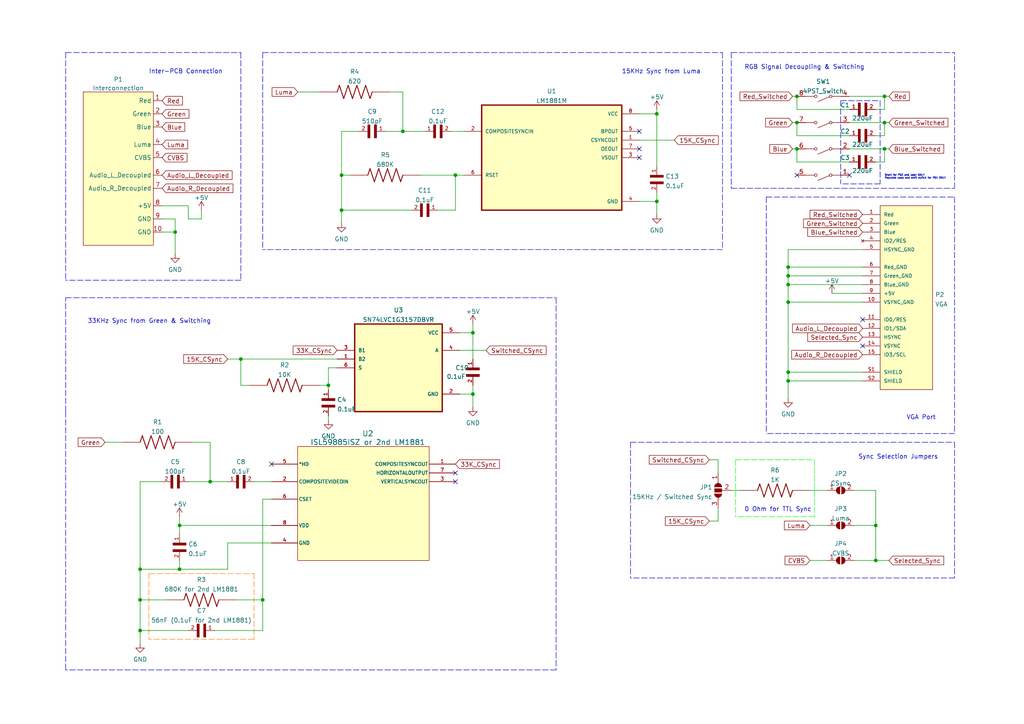
<source format=kicad_sch>
(kicad_sch (version 20211123) (generator eeschema)
  (paper "A4")
  (title_block (title "PS2VGA Main PCB") (company "Jeff Chen"))
  (lib_symbols
    (symbol "Jumper:SolderJumper_2_Open" (pin_names (offset 0) hide)
      (property "Reference" "JP" (at 0 2.032 0))
      (property "Value" "SolderJumper_2_Open" (at 0 -2.54 0))
      (symbol "SolderJumper_2_Open_0_1"
        (arc (start -0.254 1.016) (mid -1.27 0) (end -0.254 -1.016))
        (arc (start -0.254 1.016) (mid -1.27 0) (end -0.254 -1.016) (fill (type outline)))
        (polyline (pts (xy -0.254 1.016) (xy -0.254 -1.016)))
        (polyline (pts (xy 0.254 1.016) (xy 0.254 -1.016)))
        (arc (start 0.254 -1.016) (mid 1.27 0) (end 0.254 1.016))
        (arc (start 0.254 -1.016) (mid 1.27 0) (end 0.254 1.016) (fill (type outline)))
      )
      (symbol "SolderJumper_2_Open_1_1"
        (pin passive line (at -3.81 0 0) (length 2.54) (name "A") (number "1"))
        (pin passive line (at 3.81 0 180) (length 2.54) (name "B") (number "2"))
      )
    )
    (symbol "Jumper:SolderJumper_3_Open" (pin_names (offset 0) hide)
      (property "Reference" "JP" (at -2.54 -2.54 0))
      (property "Value" "SolderJumper_3_Open" (at 0 2.794 0))
      (symbol "SolderJumper_3_Open_0_1"
        (arc (start -1.016 1.016) (mid -2.032 0) (end -1.016 -1.016))
        (arc (start -1.016 1.016) (mid -2.032 0) (end -1.016 -1.016) (fill (type outline)))
        (rectangle (start -0.508 1.016) (end 0.508 -1.016) (fill (type outline)))
        (polyline (pts (xy -2.54 0) (xy -2.032 0)))
        (polyline (pts (xy -1.016 1.016) (xy -1.016 -1.016)))
        (polyline (pts (xy 0 -1.27) (xy 0 -1.016)))
        (polyline (pts (xy 1.016 1.016) (xy 1.016 -1.016)))
        (polyline (pts (xy 2.54 0) (xy 2.032 0)))
        (arc (start 1.016 -1.016) (mid 2.032 0) (end 1.016 1.016))
        (arc (start 1.016 -1.016) (mid 2.032 0) (end 1.016 1.016) (fill (type outline)))
      )
      (symbol "SolderJumper_3_Open_1_1"
        (pin passive line (at -5.08 0 0) (length 2.54) (name "A") (number "1"))
        (pin input line (at 0 -3.81 90) (length 2.54) (name "C") (number "2"))
        (pin passive line (at 5.08 0 180) (length 2.54) (name "B") (number "3"))
      )
    )
    (symbol "PS2VGA:4PST_Switch"
      (property "Reference" "SW" (at 0 1.27 0))
      (property "Value" "4PST_Switch" (at 0 3.81 0))
      (symbol "4PST_Switch_0_1"
        (circle (center -2.159 -29.21) (radius 0.381) (stroke (width 0.1524)))
        (circle (center -2.159 -21.59) (radius 0.381) (stroke (width 0.1524)))
        (circle (center -2.159 -13.97) (radius 0.381) (stroke (width 0.1524)))
        (circle (center -2.159 -6.35) (radius 0.381) (stroke (width 0.1524)))
        (polyline (pts (xy -5.08 -29.21) (xy -2.54 -29.21)) (stroke (width 0.1524)))
        (polyline (pts (xy -5.08 -21.59) (xy -2.54 -21.59)) (stroke (width 0.1524)))
        (polyline (pts (xy -5.08 -13.97) (xy -2.54 -13.97)) (stroke (width 0.1524)))
        (polyline (pts (xy -5.08 -6.35) (xy -2.54 -6.35)) (stroke (width 0.1524)))
        (polyline (pts (xy -1.778 -29.083) (xy 1.524 -27.686)) (stroke (width 0.1524)))
        (polyline (pts (xy -1.778 -21.463) (xy 1.524 -20.066)) (stroke (width 0.1524)))
        (polyline (pts (xy -1.778 -13.843) (xy 1.524 -12.446)) (stroke (width 0.1524)))
        (polyline (pts (xy -1.778 -6.223) (xy 1.524 -4.826)) (stroke (width 0.1524)))
        (polyline (pts (xy 5.08 -29.21) (xy 2.54 -29.21)) (stroke (width 0.1524)))
        (polyline (pts (xy 5.08 -21.59) (xy 2.54 -21.59)) (stroke (width 0.1524)))
        (polyline (pts (xy 5.08 -13.97) (xy 2.54 -13.97)) (stroke (width 0.1524)))
        (polyline (pts (xy 5.08 -6.35) (xy 2.54 -6.35)) (stroke (width 0.1524)))
        (circle (center 2.159 -29.21) (radius 0.381) (stroke (width 0.1524)))
        (circle (center 2.159 -21.59) (radius 0.381) (stroke (width 0.1524)))
        (circle (center 2.159 -13.97) (radius 0.381) (stroke (width 0.1524)))
        (circle (center 2.159 -6.35) (radius 0.381) (stroke (width 0.1524)))
      )
      (symbol "4PST_Switch_1_1"
        (pin passive line (at -7.62 -6.35 0) (length 2.54) (name "") (number "1"))
        (pin passive line (at -7.62 -13.97 0) (length 2.54) (name "") (number "2"))
        (pin passive line (at -7.62 -21.59 0) (length 2.54) (name "") (number "3"))
        (pin passive line (at -7.62 -29.21 0) (length 2.54) (name "") (number "4"))
        (pin passive line (at 7.62 -6.35 180) (length 2.54) (name "") (number "5"))
        (pin passive line (at 7.62 -13.97 180) (length 2.54) (name "") (number "6"))
        (pin passive line (at 7.62 -21.59 180) (length 2.54) (name "") (number "7"))
        (pin passive line (at 7.62 -29.21 180) (length 2.54) (name "") (number "8"))
      )
    )
    (symbol "PS2VGA:ISL59885ISZ-ND" (pin_names (offset 0.254))
      (property "Reference" "U" (at 26.67 10.16 0))
      (property "Value" "ISL59885ISZ-ND" (at 26.67 7.62 0))
      (symbol "ISL59885ISZ-ND_1_1"
        (rectangle (start 7.62 5.08) (end 45.72 -27.94) (stroke (width 0.1524)) (fill (type background)))
        (pin output line (at 53.34 0 180) (length 7.62) (name "COMPOSITESYNCOUT") (number "1"))
        (pin input line (at 0 -5.08 0) (length 7.62) (name "COMPOSITEVIDEOIN") (number "2"))
        (pin output line (at 53.34 -5.08 180) (length 7.62) (name "VERTICALSYNCOUT") (number "3"))
        (pin power_in line (at 0 -22.86 0) (length 7.62) (name "GND") (number "4"))
        (pin input line (at 0 0 0) (length 7.62) (name "*HD") (number "5"))
        (pin unspecified line (at 0 -10.16 0) (length 7.62) (name "CSET") (number "6"))
        (pin output line (at 53.34 -2.54 180) (length 7.62) (name "HORIZONTALOUTPUT") (number "7"))
        (pin power_in line (at 0 -17.78 0) (length 7.62) (name "VDD") (number "8"))
      )
    )
    (symbol "PS2VGA:Interconnection"
      (property "Reference" "P" (at 0 1.27 0))
      (property "Value" "Interconnection" (at 0 5.08 0))
      (symbol "Interconnection_0_1"
        (rectangle (start -10.16 -1.27) (end 10.16 -45.72) (stroke (width 0.1524)) (fill (type background)))
      )
      (symbol "Interconnection_1_1"
        (pin passive line (at 12.7 -3.81 180) (length 2.54) (name "Red") (number "1"))
        (pin power_out line (at 12.7 -41.91 180) (length 2.54) (name "GND") (number "10"))
        (pin passive line (at 12.7 -7.62 180) (length 2.54) (name "Green") (number "2"))
        (pin passive line (at 12.7 -11.43 180) (length 2.54) (name "Blue") (number "3"))
        (pin passive line (at 12.7 -16.51 180) (length 2.54) (name "Luma") (number "4"))
        (pin passive line (at 12.7 -20.32 180) (length 2.54) (name "CVBS") (number "5"))
        (pin passive line (at 12.7 -25.4 180) (length 2.54) (name "Audio_L_Decoupled") (number "6"))
        (pin passive line (at 12.7 -29.21 180) (length 2.54) (name "Audio_R_Decoupled") (number "7"))
        (pin power_out line (at 12.7 -34.29 180) (length 2.54) (name "+5V") (number "8"))
        (pin power_out line (at 12.7 -38.1 180) (length 2.54) (name "GND") (number "9"))
      )
    )
    (symbol "PS2VGA:LM1881M" (pin_names (offset 1.016))
      (property "Reference" "U" (at -20.32 16.2306 0))
      (property "Value" "LM1881M" (at -20.32 -19.2278 0))
      (symbol "LM1881M_0_0"
        (rectangle (start -20.32 -15.24) (end 20.32 15.24) (stroke (width 0.4064)) (fill (type background)))
        (pin output line (at 25.4 5.08 180) (length 5.08) (name "CSYNCOUT") (number "1"))
        (pin input line (at -25.4 7.62 0) (length 5.08) (name "COMPOSITESYNCIN") (number "2"))
        (pin output line (at 25.4 0 180) (length 5.08) (name "VSOUT") (number "3"))
        (pin power_in line (at 25.4 -12.7 180) (length 5.08) (name "GND") (number "4"))
        (pin output line (at 25.4 7.62 180) (length 5.08) (name "BPOUT") (number "5"))
        (pin bidirectional line (at -25.4 -5.08 0) (length 5.08) (name "RSET") (number "6"))
        (pin output line (at 25.4 2.54 180) (length 5.08) (name "OEOUT") (number "7"))
        (pin power_in line (at 25.4 12.7 180) (length 5.08) (name "VCC") (number "8"))
      )
    )
    (symbol "PS2VGA:SN74LVC1G3157DBVR" (pin_names (offset 1.016))
      (property "Reference" "U" (at -12.7 13.6906 0))
      (property "Value" "SN74LVC1G3157DBVR" (at -12.7 -16.6878 0))
      (symbol "SN74LVC1G3157DBVR_0_0"
        (rectangle (start -12.7 -12.7) (end 12.7 12.7) (stroke (width 0.4064)) (fill (type background)))
        (pin input line (at -17.78 2.54 0) (length 5.08) (name "B2") (number "1"))
        (pin power_in line (at 17.78 -7.62 180) (length 5.08) (name "GND") (number "2"))
        (pin input line (at -17.78 5.08 0) (length 5.08) (name "B1") (number "3"))
        (pin output line (at 17.78 5.08 180) (length 5.08) (name "A") (number "4"))
        (pin power_in line (at 17.78 10.16 180) (length 5.08) (name "VCC") (number "5"))
        (pin input line (at -17.78 0 0) (length 5.08) (name "S") (number "6"))
      )
    )
    (symbol "PS2VGA:VGA" (pin_names (offset 1.016))
      (property "Reference" "P" (at -7.62 26.67 0))
      (property "Value" "VGA" (at -8.89 -31.75 0))
      (symbol "VGA_0_0"
        (rectangle (start -7.62 -27.94) (end 7.62 25.4) (stroke (width 0.1524)) (fill (type background)))
        (pin passive line (at -12.7 22.86 0) (length 5.08) (name "Red") (number "1"))
        (pin passive line (at -12.7 -2.54 0) (length 5.08) (name "VSYNC_GND") (number "10"))
        (pin passive line (at -12.7 -7.62 0) (length 5.08) (name "ID0/RES") (number "11"))
        (pin passive line (at -12.7 -10.16 0) (length 5.08) (name "ID1/SDA") (number "12"))
        (pin passive line (at -12.7 -12.7 0) (length 5.08) (name "HSYNC") (number "13"))
        (pin passive line (at -12.7 -15.24 0) (length 5.08) (name "VSYNC") (number "14"))
        (pin passive line (at -12.7 -17.78 0) (length 5.08) (name "ID3/SCL") (number "15"))
        (pin passive line (at -12.7 20.32 0) (length 5.08) (name "Green") (number "2"))
        (pin passive line (at -12.7 17.78 0) (length 5.08) (name "Blue") (number "3"))
        (pin no_connect line (at -12.7 15.24 0) (length 5.08) (name "ID2/RES") (number "4"))
        (pin passive line (at -12.7 12.7 0) (length 5.08) (name "HSYNC_GND") (number "5"))
        (pin passive line (at -12.7 7.62 0) (length 5.08) (name "Red_GND") (number "6"))
        (pin passive line (at -12.7 5.08 0) (length 5.08) (name "Green_GND") (number "7"))
        (pin passive line (at -12.7 2.54 0) (length 5.08) (name "Blue_GND") (number "8"))
        (pin passive line (at -12.7 0 0) (length 5.08) (name "+5V") (number "9"))
        (pin passive line (at -12.7 -22.86 0) (length 5.08) (name "SHIELD") (number "S1"))
        (pin passive line (at -12.7 -25.4 0) (length 5.08) (name "SHIELD") (number "S2"))
      )
    )
    (symbol "SMD_Cap:Cap_0603" (pin_names (offset 1.016) hide)
      (property "Reference" "C" (at 0 3.81 0))
      (property "Value" "Cap_0603" (at 0 -5.08 0))
      (symbol "Cap_0603_0_0"
        (rectangle (start 0 -1.905) (end 0.635 1.905) (fill (type outline)))
        (rectangle (start 1.905 -1.905) (end 2.54 1.905) (fill (type outline)))
        (pin passive line (at -2.54 0 0) (length 2.54) (name "~") (number "1"))
        (pin passive line (at 5.08 0 180) (length 2.54) (name "~") (number "2"))
      )
    )
    (symbol "power:+5V" (power) (pin_names (offset 0))
      (property "Value" "+5V" (at 0 3.556 0))
      (symbol "+5V_0_1"
        (polyline (pts (xy -0.762 1.27) (xy 0 2.54)))
        (polyline (pts (xy 0 0) (xy 0 2.54)))
        (polyline (pts (xy 0 2.54) (xy 0.762 1.27)))
      )
      (symbol "+5V_1_1"
        (pin power_in line (at 0 0 90) (length 0) hide (name "+5V") (number "1"))
      )
    )
    (symbol "power:GND" (power) (pin_names (offset 0))
      (property "Value" "GND" (at 0 -3.81 0))
      (symbol "GND_0_1"
        (polyline (pts (xy 0 0) (xy 0 -1.27) (xy 1.27 -1.27) (xy 0 -2.54) (xy -1.27 -1.27) (xy 0 -1.27)))
      )
      (symbol "GND_1_1"
        (pin power_in line (at 0 0 270) (length 0) hide (name "GND") (number "1"))
      )
    )
    (symbol "resistor:Resistor_0603" (pin_numbers hide) (pin_names (offset 1.016) hide)
      (property "Reference" "R" (at -7.62 2.54 0))
      (property "Value" "Resistor_0603" (at -7.62 -5.08 0))
      (symbol "Resistor_0603_0_0"
        (polyline (pts (xy -5.08 0) (xy -4.445 1.905)) (stroke (width 0.254)))
        (polyline (pts (xy -4.445 1.905) (xy -3.175 -1.905)) (stroke (width 0.254)))
        (polyline (pts (xy -3.175 -1.905) (xy -1.905 1.905)) (stroke (width 0.254)))
        (polyline (pts (xy -1.905 1.905) (xy -0.635 -1.905)) (stroke (width 0.254)))
        (polyline (pts (xy -0.635 -1.905) (xy 0.635 1.905)) (stroke (width 0.254)))
        (polyline (pts (xy 0.635 1.905) (xy 1.905 -1.905)) (stroke (width 0.254)))
        (polyline (pts (xy 1.905 -1.905) (xy 3.175 1.905)) (stroke (width 0.254)))
        (polyline (pts (xy 3.175 1.905) (xy 4.445 -1.905)) (stroke (width 0.254)))
        (polyline (pts (xy 4.445 -1.905) (xy 5.08 0)) (stroke (width 0.254)))
        (pin passive line (at -10.16 0 0) (length 5.08) (name "~") (number "1"))
        (pin passive line (at 10.16 0 180) (length 5.08) (name "~") (number "2"))
      )
    )
  )
  (junction (at 228.6 80.01))
  (junction (at 254 162.56))
  (junction (at 50.8 67.31))
  (junction (at 190.5 33.02))
  (junction (at 52.07 152.4))
  (junction (at 132.08 50.8))
  (junction (at 231.14 27.94))
  (junction (at 52.07 165.1))
  (junction (at 256.54 27.94))
  (junction (at 99.06 60.96))
  (junction (at 137.16 114.3))
  (junction (at 256.54 43.18))
  (junction (at 231.14 35.56))
  (junction (at 76.2 173.99))
  (junction (at 228.6 107.95))
  (junction (at 256.54 35.56))
  (junction (at 228.6 82.55))
  (junction (at 40.64 182.88))
  (junction (at 116.84 38.1))
  (junction (at 254 152.4))
  (junction (at 99.06 50.8))
  (junction (at 60.96 139.7))
  (junction (at 190.5 58.42))
  (junction (at 69.85 104.14))
  (junction (at 228.6 87.63))
  (junction (at 40.64 173.99))
  (junction (at 228.6 77.47))
  (junction (at 231.14 43.18))
  (junction (at 137.16 96.52))
  (junction (at 228.6 110.49))
  (junction (at 95.25 111.76))
  (junction (at 40.64 165.1))
  (no_connect (at 185.42 43.18))
  (no_connect (at 185.42 45.72))
  (no_connect (at 185.42 38.1))
  (no_connect (at 250.19 92.71))
  (no_connect (at 250.19 100.33))
  (no_connect (at 132.08 139.7))
  (no_connect (at 132.08 137.16))
  (no_connect (at 78.74 134.62))
  (no_connect (at 246.38 50.8))
  (no_connect (at 231.14 50.8))
  (wire (pts (xy 250.19 72.39) (xy 228.6 72.39)))
  (polyline (pts (xy 43.18 166.37) (xy 43.18 185.42)) (stroke (width 0) (color 255 129 18 1)))
  (polyline (pts (xy 222.25 57.15) (xy 276.86 57.15)))
  (wire (pts (xy 52.07 152.4) (xy 78.74 152.4)))
  (polyline (pts (xy 213.36 133.35) (xy 236.22 133.35)) (stroke (width 0) (color 0 255 0 1)))
  (polyline (pts (xy 19.05 119.38) (xy 19.05 86.36)))
  (wire (pts (xy 40.64 173.99) (xy 48.26 173.99)))
  (polyline (pts (xy 236.22 149.86) (xy 213.36 149.86)) (stroke (width 0) (color 0 255 0 1)))
  (wire (pts (xy 121.92 50.8) (xy 132.08 50.8)))
  (wire (pts (xy 40.64 182.88) (xy 54.61 182.88)))
  (wire (pts (xy 228.6 82.55) (xy 228.6 87.63)))
  (wire (pts (xy 66.04 157.48) (xy 66.04 165.1)))
  (wire (pts (xy 130.81 38.1) (xy 134.62 38.1)))
  (wire (pts (xy 228.6 77.47) (xy 228.6 80.01)))
  (wire (pts (xy 228.6 87.63) (xy 228.6 107.95)))
  (wire (pts (xy 60.96 128.27) (xy 60.96 139.7)))
  (polyline (pts (xy 161.29 86.36) (xy 161.29 194.31)))
  (wire (pts (xy 185.42 40.64) (xy 195.58 40.64)))
  (wire (pts (xy 228.6 80.01) (xy 250.19 80.01)))
  (wire (pts (xy 52.07 162.56) (xy 52.07 165.1)))
  (wire (pts (xy 228.6 110.49) (xy 228.6 115.57)))
  (wire (pts (xy 256.54 43.18) (xy 257.81 43.18)))
  (wire (pts (xy 46.99 63.5) (xy 50.8 63.5)))
  (polyline (pts (xy 213.36 133.35) (xy 213.36 149.86)) (stroke (width 0) (color 0 255 0 1)))
  (wire (pts (xy 66.04 104.14) (xy 69.85 104.14)))
  (wire (pts (xy 137.16 111.76) (xy 137.16 114.3)))
  (wire (pts (xy 256.54 39.37) (xy 256.54 35.56)))
  (polyline (pts (xy 236.22 133.35) (xy 236.22 149.86)) (stroke (width 0) (color 0 255 0 1)))
  (wire (pts (xy 254 162.56) (xy 247.65 162.56)))
  (wire (pts (xy 231.14 27.94) (xy 231.14 31.75)))
  (polyline (pts (xy 76.2 15.24) (xy 209.55 15.24)))
  (polyline (pts (xy 73.66 166.37) (xy 73.66 185.42)) (stroke (width 0) (color 255 129 18 1)))
  (wire (pts (xy 52.07 149.86) (xy 52.07 152.4)))
  (wire (pts (xy 234.95 152.4) (xy 240.03 152.4)))
  (polyline (pts (xy 222.25 57.15) (xy 222.25 125.73)))
  (wire (pts (xy 76.2 182.88) (xy 62.23 182.88)))
  (wire (pts (xy 95.25 106.68) (xy 97.79 106.68)))
  (wire (pts (xy 68.58 173.99) (xy 76.2 173.99)))
  (wire (pts (xy 99.06 50.8) (xy 101.6 50.8)))
  (polyline (pts (xy 69.85 15.24) (xy 69.85 81.28)))
  (wire (pts (xy 99.06 38.1) (xy 104.14 38.1)))
  (polyline (pts (xy 212.09 54.61) (xy 276.86 54.61)))
  (polyline (pts (xy 76.2 15.24) (xy 76.2 72.39)))
  (wire (pts (xy 205.74 133.35) (xy 208.28 133.35)))
  (wire (pts (xy 190.5 31.75) (xy 190.5 33.02)))
  (polyline (pts (xy 19.05 15.24) (xy 69.85 15.24)))
  (polyline (pts (xy 212.09 15.24) (xy 212.09 54.61)))
  (polyline (pts (xy 19.05 86.36) (xy 161.29 86.36)))
  (wire (pts (xy 185.42 33.02) (xy 190.5 33.02)))
  (wire (pts (xy 254 152.4) (xy 254 162.56)))
  (polyline (pts (xy 243.84 29.21) (xy 243.84 53.34)))
  (wire (pts (xy 137.16 114.3) (xy 137.16 118.11)))
  (wire (pts (xy 78.74 157.48) (xy 66.04 157.48)))
  (wire (pts (xy 54.61 63.5) (xy 58.42 63.5)))
  (polyline (pts (xy 69.85 81.28) (xy 19.05 81.28)))
  (wire (pts (xy 208.28 151.13) (xy 208.28 147.32)))
  (wire (pts (xy 132.08 50.8) (xy 134.62 50.8)))
  (polyline (pts (xy 276.86 54.61) (xy 276.86 15.24)))
  (wire (pts (xy 228.6 107.95) (xy 228.6 110.49)))
  (wire (pts (xy 78.74 144.78) (xy 76.2 144.78)))
  (wire (pts (xy 86.36 26.67) (xy 92.71 26.67)))
  (polyline (pts (xy 19.05 119.38) (xy 19.05 194.31)))
  (polyline (pts (xy 182.88 128.27) (xy 276.86 128.27)))
  (wire (pts (xy 229.87 27.94) (xy 231.14 27.94)))
  (wire (pts (xy 190.5 33.02) (xy 190.5 48.26)))
  (wire (pts (xy 46.99 139.7) (xy 40.64 139.7)))
  (wire (pts (xy 69.85 111.76) (xy 72.39 111.76)))
  (polyline (pts (xy 276.86 167.64) (xy 182.88 167.64)))
  (wire (pts (xy 241.3 85.09) (xy 250.19 85.09)))
  (wire (pts (xy 246.38 35.56) (xy 256.54 35.56)))
  (wire (pts (xy 190.5 55.88) (xy 190.5 58.42)))
  (wire (pts (xy 40.64 139.7) (xy 40.64 165.1)))
  (wire (pts (xy 228.6 82.55) (xy 250.19 82.55)))
  (wire (pts (xy 46.99 67.31) (xy 50.8 67.31)))
  (wire (pts (xy 228.6 107.95) (xy 250.19 107.95)))
  (wire (pts (xy 254 46.99) (xy 256.54 46.99)))
  (wire (pts (xy 229.87 43.18) (xy 231.14 43.18)))
  (wire (pts (xy 132.08 50.8) (xy 132.08 60.96)))
  (wire (pts (xy 254 162.56) (xy 257.81 162.56)))
  (wire (pts (xy 66.04 165.1) (xy 52.07 165.1)))
  (wire (pts (xy 69.85 104.14) (xy 69.85 111.76)))
  (wire (pts (xy 212.09 142.24) (xy 214.63 142.24)))
  (polyline (pts (xy 255.27 29.21) (xy 255.27 53.34)))
  (polyline (pts (xy 19.05 15.24) (xy 19.05 81.28)))
  (wire (pts (xy 205.74 151.13) (xy 208.28 151.13)))
  (wire (pts (xy 137.16 96.52) (xy 137.16 93.98)))
  (wire (pts (xy 133.35 96.52) (xy 137.16 96.52)))
  (wire (pts (xy 140.97 101.6) (xy 133.35 101.6)))
  (polyline (pts (xy 209.55 72.39) (xy 76.2 72.39)))
  (wire (pts (xy 40.64 165.1) (xy 40.64 173.99)))
  (polyline (pts (xy 161.29 194.31) (xy 19.05 194.31)))
  (wire (pts (xy 208.28 133.35) (xy 208.28 137.16)))
  (wire (pts (xy 231.14 35.56) (xy 231.14 39.37)))
  (wire (pts (xy 95.25 120.65) (xy 95.25 121.92)))
  (wire (pts (xy 99.06 38.1) (xy 99.06 50.8)))
  (wire (pts (xy 95.25 111.76) (xy 95.25 106.68)))
  (wire (pts (xy 116.84 38.1) (xy 123.19 38.1)))
  (wire (pts (xy 247.65 142.24) (xy 254 142.24)))
  (polyline (pts (xy 276.86 125.73) (xy 222.25 125.73)))
  (polyline (pts (xy 212.09 15.24) (xy 276.86 15.24)))
  (wire (pts (xy 73.66 139.7) (xy 78.74 139.7)))
  (polyline (pts (xy 73.66 185.42) (xy 43.18 185.42)) (stroke (width 0) (color 255 129 18 1)))
  (wire (pts (xy 99.06 60.96) (xy 99.06 64.77)))
  (wire (pts (xy 76.2 173.99) (xy 76.2 182.88)))
  (wire (pts (xy 52.07 165.1) (xy 40.64 165.1)))
  (wire (pts (xy 229.87 35.56) (xy 231.14 35.56)))
  (wire (pts (xy 256.54 35.56) (xy 257.81 35.56)))
  (wire (pts (xy 250.19 77.47) (xy 228.6 77.47)))
  (wire (pts (xy 46.99 59.69) (xy 54.61 59.69)))
  (wire (pts (xy 54.61 59.69) (xy 54.61 63.5)))
  (wire (pts (xy 132.08 60.96) (xy 127 60.96)))
  (wire (pts (xy 254 39.37) (xy 256.54 39.37)))
  (polyline (pts (xy 276.86 128.27) (xy 276.86 167.64)))
  (wire (pts (xy 190.5 58.42) (xy 190.5 62.23)))
  (wire (pts (xy 50.8 67.31) (xy 50.8 73.66)))
  (wire (pts (xy 116.84 38.1) (xy 111.76 38.1)))
  (wire (pts (xy 60.96 139.7) (xy 66.04 139.7)))
  (polyline (pts (xy 243.84 29.21) (xy 255.27 29.21)))
  (wire (pts (xy 92.71 111.76) (xy 95.25 111.76)))
  (wire (pts (xy 30.48 128.27) (xy 35.56 128.27)))
  (wire (pts (xy 256.54 31.75) (xy 256.54 27.94)))
  (wire (pts (xy 234.95 162.56) (xy 240.03 162.56)))
  (wire (pts (xy 69.85 104.14) (xy 97.79 104.14)))
  (polyline (pts (xy 43.18 166.37) (xy 73.66 166.37)) (stroke (width 0) (color 255 129 18 1)))
  (wire (pts (xy 234.95 142.24) (xy 240.03 142.24)))
  (wire (pts (xy 228.6 110.49) (xy 250.19 110.49)))
  (polyline (pts (xy 255.27 53.34) (xy 243.84 53.34)))
  (wire (pts (xy 231.14 43.18) (xy 231.14 46.99)))
  (wire (pts (xy 52.07 152.4) (xy 52.07 154.94)))
  (wire (pts (xy 99.06 50.8) (xy 99.06 60.96)))
  (wire (pts (xy 190.5 58.42) (xy 185.42 58.42)))
  (wire (pts (xy 119.38 60.96) (xy 99.06 60.96)))
  (wire (pts (xy 256.54 27.94) (xy 257.81 27.94)))
  (wire (pts (xy 254 142.24) (xy 254 152.4)))
  (wire (pts (xy 228.6 80.01) (xy 228.6 82.55)))
  (polyline (pts (xy 182.88 128.27) (xy 182.88 167.64)))
  (wire (pts (xy 246.38 43.18) (xy 256.54 43.18)))
  (wire (pts (xy 231.14 46.99) (xy 246.38 46.99)))
  (wire (pts (xy 254 152.4) (xy 247.65 152.4)))
  (wire (pts (xy 40.64 182.88) (xy 40.64 186.69)))
  (wire (pts (xy 254 31.75) (xy 256.54 31.75)))
  (wire (pts (xy 137.16 114.3) (xy 133.35 114.3)))
  (wire (pts (xy 55.88 128.27) (xy 60.96 128.27)))
  (wire (pts (xy 95.25 111.76) (xy 95.25 113.03)))
  (wire (pts (xy 76.2 144.78) (xy 76.2 173.99)))
  (wire (pts (xy 54.61 139.7) (xy 60.96 139.7)))
  (wire (pts (xy 246.38 27.94) (xy 256.54 27.94)))
  (wire (pts (xy 58.42 63.5) (xy 58.42 60.96)))
  (wire (pts (xy 137.16 96.52) (xy 137.16 104.14)))
  (wire (pts (xy 231.14 31.75) (xy 246.38 31.75)))
  (wire (pts (xy 40.64 173.99) (xy 40.64 182.88)))
  (wire (pts (xy 113.03 26.67) (xy 116.84 26.67)))
  (wire (pts (xy 228.6 87.63) (xy 250.19 87.63)))
  (wire (pts (xy 231.14 39.37) (xy 246.38 39.37)))
  (wire (pts (xy 50.8 63.5) (xy 50.8 67.31)))
  (wire (pts (xy 116.84 26.67) (xy 116.84 38.1)))
  (wire (pts (xy 228.6 72.39) (xy 228.6 77.47)))
  (polyline (pts (xy 209.55 15.24) (xy 209.55 72.39)))
  (polyline (pts (xy 276.86 57.15) (xy 276.86 125.73)))
  (wire (pts (xy 256.54 46.99) (xy 256.54 43.18)))
  (text "RGB Signal Decoupling & Switching" (at 215.9 20.32 0) (effects (font (size 1.27 1.27)) (justify left bottom)))
  (text "33KHz Sync from Green & Switching" (at 25.4 93.98 0) (effects (font (size 1.27 1.27)) (justify left bottom)))
  (text "0 Ohm for TTL Sync" (at 215.9 148.59 0) (effects (font (size 1.27 1.27)) (justify left bottom)))
  (text "Inter-PCB Connection" (at 43.18 21.59 0) (effects (font (size 1.27 1.27)) (justify left bottom)))
  (text "VGA Port" (at 262.89 121.92 0) (effects (font (size 1.27 1.27)) (justify left bottom)))
  (text "Short for PS2 and later ONLY\nPopulate caps and omit switch for PS1 ONLY" (at 256.54 52.07 0) (effects (font (size 0.508 0.508)) (justify left bottom)))
  (text "15KHz Sync from Luma" (at 180.34 21.59 0) (effects (font (size 1.27 1.27)) (justify left bottom)))
  (text "Sync Selection Jumpers" (at 248.92 133.35 0) (effects (font (size 1.27 1.27)) (justify left bottom)))
  (global_label "Blue_Switched" (shape input) (at 257.81 43.18 0) (property "Intersheet References" "${INTERSHEET_REFS}" (effects hide)))
  (global_label "Green_Switched" (shape input) (at 257.81 35.56 0) (property "Intersheet References" "${INTERSHEET_REFS}" (effects hide)))
  (global_label "Luma" (shape input) (at 234.95 152.4 180) (property "Intersheet References" "${INTERSHEET_REFS}" (effects hide)))
  (global_label "Switched_CSync" (shape input) (at 140.97 101.6 0) (property "Intersheet References" "${INTERSHEET_REFS}" (effects hide)))
  (global_label "15K_CSync" (shape input) (at 205.74 151.13 180) (property "Intersheet References" "${INTERSHEET_REFS}" (effects hide)))
  (global_label "Switched_CSync" (shape input) (at 205.74 133.35 180) (property "Intersheet References" "${INTERSHEET_REFS}" (effects hide)))
  (global_label "Luma" (shape input) (at 86.36 26.67 180) (property "Intersheet References" "${INTERSHEET_REFS}" (effects hide)))
  (global_label "Luma" (shape input) (at 46.99 41.91 0) (property "Intersheet References" "${INTERSHEET_REFS}" (effects hide)))
  (global_label "33K_CSync" (shape input) (at 97.79 101.6 180) (property "Intersheet References" "${INTERSHEET_REFS}" (effects hide)))
  (global_label "Audio_L_Decoupled" (shape input) (at 250.19 95.25 180) (property "Intersheet References" "${INTERSHEET_REFS}" (effects hide)))
  (global_label "Audio_L_Decoupled" (shape input) (at 46.99 50.8 0) (property "Intersheet References" "${INTERSHEET_REFS}" (effects hide)))
  (global_label "Green" (shape input) (at 46.99 33.02 0) (property "Intersheet References" "${INTERSHEET_REFS}" (effects hide)))
  (global_label "15K_CSync" (shape input) (at 195.58 40.64 0) (property "Intersheet References" "${INTERSHEET_REFS}" (effects hide)))
  (global_label "Blue" (shape input) (at 46.99 36.83 0) (property "Intersheet References" "${INTERSHEET_REFS}" (effects hide)))
  (global_label "CVBS" (shape input) (at 46.99 45.72 0) (property "Intersheet References" "${INTERSHEET_REFS}" (effects hide)))
  (global_label "CVBS" (shape input) (at 234.95 162.56 180) (property "Intersheet References" "${INTERSHEET_REFS}" (effects hide)))
  (global_label "Red" (shape input) (at 257.81 27.94 0) (property "Intersheet References" "${INTERSHEET_REFS}" (effects hide)))
  (global_label "33K_CSync" (shape input) (at 132.08 134.62 0) (property "Intersheet References" "${INTERSHEET_REFS}" (effects hide)))
  (global_label "Red_Switched" (shape input) (at 250.19 62.23 180) (property "Intersheet References" "${INTERSHEET_REFS}" (effects hide)))
  (global_label "Selected_Sync" (shape input) (at 257.81 162.56 0) (property "Intersheet References" "${INTERSHEET_REFS}" (effects hide)))
  (global_label "15K_CSync" (shape input) (at 66.04 104.14 180) (property "Intersheet References" "${INTERSHEET_REFS}" (effects hide)))
  (global_label "Green_Switched" (shape input) (at 250.19 64.77 180) (property "Intersheet References" "${INTERSHEET_REFS}" (effects hide)))
  (global_label "Red" (shape input) (at 46.99 29.21 0) (property "Intersheet References" "${INTERSHEET_REFS}" (effects hide)))
  (global_label "Green" (shape input) (at 229.87 35.56 180) (property "Intersheet References" "${INTERSHEET_REFS}" (effects hide)))
  (global_label "Audio_R_Decoupled" (shape input) (at 250.19 102.87 180) (property "Intersheet References" "${INTERSHEET_REFS}" (effects hide)))
  (global_label "Blue_Switched" (shape input) (at 250.19 67.31 180) (property "Intersheet References" "${INTERSHEET_REFS}" (effects hide)))
  (global_label "Red_Switched" (shape input) (at 229.87 27.94 180) (property "Intersheet References" "${INTERSHEET_REFS}" (effects hide)))
  (global_label "Green" (shape input) (at 30.48 128.27 180) (property "Intersheet References" "${INTERSHEET_REFS}" (effects hide)))
  (global_label "Selected_Sync" (shape input) (at 250.19 97.79 180) (property "Intersheet References" "${INTERSHEET_REFS}" (effects hide)))
  (global_label "Audio_R_Decoupled" (shape input) (at 46.99 54.61 0) (property "Intersheet References" "${INTERSHEET_REFS}" (effects hide)))
  (global_label "Blue" (shape input) (at 229.87 43.18 180) (property "Intersheet References" "${INTERSHEET_REFS}" (effects hide)))
  (symbol (lib_id "PS2VGA:VGA") (at 262.89 85.09 0) (unit 1)
    (property "Reference" "P2" (at 271.2212 85.4515 0) (effects (justify left)))
    (property "Value" "VGA" (at 271.2212 88.2266 0) (effects (justify left)))
    (property "Footprint" "PS2VGA:VGA_female_rightangle_slim" (effects hide))
  )
  (symbol (lib_id "PS2VGA:LM1881M") (at 160.02 45.72 0) (unit 1)
    (property "Reference" "U1" (at 160.02 26.4373 0))
    (property "Value" "LM1881M" (at 160.02 29.2124 0))
    (property "Footprint" "PS2VGA:LM1881" (effects hide))
  )
  (symbol (lib_id "resistor:Resistor_0603") (at 102.87 26.67 0) (unit 1)
    (property "Reference" "R4" (at 102.87 20.7985 0))
    (property "Value" "620" (at 102.87 23.5736 0))
    (property "Footprint" "Resistor_SMD:R_0603_1608Metric" (effects hide))
  )
  (symbol (lib_id "power:+5V") (at 52.07 149.86 0) (unit 1)
    (property "Reference" "#PWR02" (effects hide))
    (property "Value" "+5V" (at 52.07 146.2555 0))
  )
  (symbol (lib_id "resistor:Resistor_0603") (at 45.72 128.27 0) (unit 1)
    (property "Reference" "R1" (at 45.72 122.3985 0))
    (property "Value" "100" (at 45.72 125.1736 0))
    (property "Footprint" "Resistor_SMD:R_0603_1608Metric" (effects hide))
  )
  (symbol (lib_id "SMD_Cap:Cap_0603") (at 137.16 106.68 270) (unit 1)
    (property "Reference" "C10" (at 132.08 106.68 90) (effects (justify left)))
    (property "Value" "0.1uF" (at 129.54 109.22 90) (effects (justify left)))
    (property "Footprint" "Capacitor_SMD:C_0603_1608Metric" (effects hide))
  )
  (symbol (lib_id "power:+5V") (at 58.42 60.96 0) (unit 1)
    (property "Reference" "#PWR03" (effects hide))
    (property "Value" "+5V" (at 58.42 57.3555 0))
  )
  (symbol (lib_id "power:GND") (at 40.64 186.69 0) (unit 1)
    (property "Reference" "#PWR01" (effects hide))
    (property "Value" "GND" (at 40.64 191.2525 0))
  )
  (symbol (lib_id "power:GND") (at 95.25 121.92 0) (unit 1)
    (property "Reference" "#PWR0101" (effects hide))
    (property "Value" "GND" (at 95.25 126.4825 0))
  )
  (symbol (lib_id "SMD_Cap:Cap_0603") (at 59.69 182.88 180) (unit 1)
    (property "Reference" "C7" (at 58.42 177.1355 0))
    (property "Value" "56nF (0.1uF for 2nd LM1881)" (at 58.42 179.9106 0))
    (property "Footprint" "Capacitor_SMD:C_0603_1608Metric" (effects hide))
  )
  (symbol (lib_id "SMD_Cap:Cap_0603") (at 95.25 115.57 270) (unit 1)
    (property "Reference" "C4" (at 97.79 115.9315 90) (effects (justify left)))
    (property "Value" "0.1uF" (at 97.79 118.7066 90) (effects (justify left)))
    (property "Footprint" "Capacitor_SMD:C_0603_1608Metric" (effects hide))
  )
  (symbol (lib_id "SMD_Cap:Cap_0603") (at 52.07 139.7 180) (unit 1)
    (property "Reference" "C5" (at 50.8 133.9555 0))
    (property "Value" "100pF" (at 50.8 136.7306 0))
    (property "Footprint" "Capacitor_SMD:C_0603_1608Metric" (effects hide))
  )
  (symbol (lib_id "SMD_Cap:Cap_0603") (at 248.92 46.99 0) (unit 1)
    (property "Reference" "C3" (at 245.11 45.72 0))
    (property "Value" "220uF" (at 250.19 49.53 0))
    (property "Footprint" "Capacitor_SMD:C_1206_3216Metric" (effects hide))
  )
  (symbol (lib_id "Jumper:SolderJumper_2_Open") (at 243.84 162.56 0) (unit 1)
    (property "Reference" "JP4" (at 243.84 157.7045 0))
    (property "Value" "CVBS" (at 243.84 160.4796 0))
    (property "Footprint" "Jumper:SolderJumper-2_P1.3mm_Open_RoundedPad1.0x1.5mm" (effects hide))
  )
  (symbol (lib_id "SMD_Cap:Cap_0603") (at 109.22 38.1 180) (unit 1)
    (property "Reference" "C9" (at 107.95 32.3555 0))
    (property "Value" "510pF" (at 107.95 35.1306 0))
    (property "Footprint" "Capacitor_SMD:C_0603_1608Metric" (effects hide))
  )
  (symbol (lib_id "Jumper:SolderJumper_3_Open") (at 208.28 142.24 90) (mirror x) (unit 1)
    (property "Reference" "JP1" (at 206.629 141.3315 90) (effects (justify left)))
    (property "Value" "15KHz / Switched Sync" (at 206.629 144.1066 90) (effects (justify left)))
    (property "Footprint" "Jumper:SolderJumper-3_P1.3mm_Open_RoundedPad1.0x1.5mm" (effects hide))
  )
  (symbol (lib_id "resistor:Resistor_0603") (at 111.76 50.8 0) (unit 1)
    (property "Reference" "R5" (at 111.76 44.9285 0))
    (property "Value" "680K" (at 111.76 47.7036 0))
    (property "Footprint" "Resistor_SMD:R_0603_1608Metric" (effects hide))
  )
  (symbol (lib_id "power:GND") (at 137.16 118.11 0) (unit 1)
    (property "Reference" "#PWR07" (effects hide))
    (property "Value" "GND" (at 137.16 122.6725 0))
  )
  (symbol (lib_id "PS2VGA:ISL59885ISZ-ND") (at 78.74 134.62 0) (unit 1)
    (property "Reference" "U2" (at 106.68 125.73 0) (effects (font (size 1.524 1.524))))
    (property "Value" "ISL59885ISZ or 2nd LM1881" (at 106.68 128.27 0) (effects (font (size 1.524 1.524))))
    (property "Footprint" "PS2VGA:ISL59885ISZ-ND" (effects hide))
  )
  (symbol (lib_id "SMD_Cap:Cap_0603") (at 125.73 38.1 0) (unit 1)
    (property "Reference" "C12" (at 127 32.3555 0))
    (property "Value" "0.1uF" (at 127 35.1306 0))
    (property "Footprint" "Capacitor_SMD:C_0603_1608Metric" (effects hide))
  )
  (symbol (lib_id "Jumper:SolderJumper_2_Open") (at 243.84 152.4 0) (unit 1)
    (property "Reference" "JP3" (at 243.84 147.5445 0))
    (property "Value" "Luma" (at 243.84 150.3196 0))
    (property "Footprint" "Jumper:SolderJumper-2_P1.3mm_Open_RoundedPad1.0x1.5mm" (effects hide))
  )
  (symbol (lib_id "SMD_Cap:Cap_0603") (at 248.92 31.75 0) (unit 1)
    (property "Reference" "C1" (at 245.11 30.48 0))
    (property "Value" "220uF" (at 250.19 34.29 0))
    (property "Footprint" "Capacitor_SMD:C_1206_3216Metric" (effects hide))
  )
  (symbol (lib_id "PS2VGA:SN74LVC1G3157DBVR") (at 115.57 106.68 0) (unit 1)
    (property "Reference" "U3" (at 115.57 89.9373 0))
    (property "Value" "SN74LVC1G3157DBVR" (at 115.57 92.7124 0))
    (property "Footprint" "PS2VGA:SN74LVC1G3157DBVR" (effects hide))
  )
  (symbol (lib_id "SMD_Cap:Cap_0603") (at 248.92 39.37 0) (unit 1)
    (property "Reference" "C2" (at 245.11 38.1 0))
    (property "Value" "220uF" (at 250.19 41.91 0))
    (property "Footprint" "Capacitor_SMD:C_1206_3216Metric" (effects hide))
  )
  (symbol (lib_id "PS2VGA:4PST_Switch") (at 238.76 57.15 180) (unit 1)
    (property "Reference" "SW1" (at 238.76 23.6433 0))
    (property "Value" "4PST_Switch" (at 238.76 26.4184 0))
    (property "Footprint" "PS2VGA:4PST Switch" (effects hide))
  )
  (symbol (lib_id "Jumper:SolderJumper_2_Open") (at 243.84 142.24 0) (unit 1)
    (property "Reference" "JP2" (at 243.84 137.3845 0))
    (property "Value" "CSync" (at 243.84 140.1596 0))
    (property "Footprint" "Jumper:SolderJumper-2_P1.3mm_Open_RoundedPad1.0x1.5mm" (effects hide))
  )
  (symbol (lib_id "resistor:Resistor_0603") (at 82.55 111.76 0) (unit 1)
    (property "Reference" "R2" (at 82.55 105.8885 0))
    (property "Value" "10K" (at 82.55 108.6636 0))
    (property "Footprint" "Resistor_SMD:R_0603_1608Metric" (effects hide))
  )
  (symbol (lib_id "resistor:Resistor_0603") (at 224.79 142.24 0) (unit 1)
    (property "Reference" "R6" (at 224.79 136.3685 0))
    (property "Value" "1K" (at 224.79 139.1436 0))
    (property "Footprint" "Resistor_SMD:R_0603_1608Metric" (effects hide))
  )
  (symbol (lib_id "SMD_Cap:Cap_0603") (at 68.58 139.7 0) (unit 1)
    (property "Reference" "C8" (at 69.85 133.9555 0))
    (property "Value" "0.1uF" (at 69.85 136.7306 0))
    (property "Footprint" "Capacitor_SMD:C_0603_1608Metric" (effects hide))
  )
  (symbol (lib_id "power:+5V") (at 137.16 93.98 0) (unit 1)
    (property "Reference" "#PWR06" (effects hide))
    (property "Value" "+5V" (at 137.16 90.3755 0))
  )
  (symbol (lib_id "power:GND") (at 50.8 73.66 0) (unit 1)
    (property "Reference" "#PWR04" (effects hide))
    (property "Value" "GND" (at 50.8 78.2225 0))
  )
  (symbol (lib_id "SMD_Cap:Cap_0603") (at 190.5 50.8 270) (unit 1)
    (property "Reference" "C13" (at 193.04 51.1615 90) (effects (justify left)))
    (property "Value" "0.1uF" (at 193.04 53.9366 90) (effects (justify left)))
    (property "Footprint" "Capacitor_SMD:C_0603_1608Metric" (effects hide))
  )
  (symbol (lib_id "power:+5V") (at 190.5 31.75 0) (unit 1)
    (property "Reference" "#PWR0102" (effects hide))
    (property "Value" "+5V" (at 190.5 28.1455 0))
  )
  (symbol (lib_id "power:GND") (at 228.6 115.57 0) (unit 1)
    (property "Reference" "#PWR09" (effects hide))
    (property "Value" "GND" (at 228.6 120.1325 0))
  )
  (symbol (lib_id "SMD_Cap:Cap_0603") (at 124.46 60.96 180) (unit 1)
    (property "Reference" "C11" (at 123.19 55.2155 0))
    (property "Value" "0.1uF" (at 123.19 57.9906 0))
    (property "Footprint" "Capacitor_SMD:C_0603_1608Metric" (effects hide))
  )
  (symbol (lib_id "PS2VGA:Interconnection") (at 34.29 25.4 0) (unit 1)
    (property "Reference" "P1" (at 34.29 23.021 0))
    (property "Value" "Interconnection" (at 34.29 25.5579 0))
    (property "Footprint" "PS2VGA:Interconnection" (effects hide))
  )
  (symbol (lib_id "power:GND") (at 190.5 62.23 0) (unit 1)
    (property "Reference" "#PWR08" (effects hide))
    (property "Value" "GND" (at 190.5 66.7925 0))
  )
  (symbol (lib_id "resistor:Resistor_0603") (at 58.42 173.99 0) (unit 1)
    (property "Reference" "R3" (at 58.42 168.1185 0))
    (property "Value" "680K for 2nd LM1881" (at 58.42 170.8936 0))
    (property "Footprint" "Resistor_SMD:R_0603_1608Metric" (effects hide))
  )
  (symbol (lib_id "power:+5V") (at 241.3 85.09 0) (unit 1)
    (property "Reference" "#PWR010" (effects hide))
    (property "Value" "+5V" (at 241.3 81.4855 0))
  )
  (symbol (lib_id "SMD_Cap:Cap_0603") (at 52.07 157.48 270) (unit 1)
    (property "Reference" "C6" (at 54.61 157.8415 90) (effects (justify left)))
    (property "Value" "0.1uF" (at 54.61 160.6166 90) (effects (justify left)))
    (property "Footprint" "Capacitor_SMD:C_0603_1608Metric" (effects hide))
  )
  (symbol (lib_id "power:GND") (at 99.06 64.77 0) (unit 1)
    (property "Reference" "#PWR05" (effects hide))
    (property "Value" "GND" (at 99.06 69.3325 0))
  )
)
</source>
